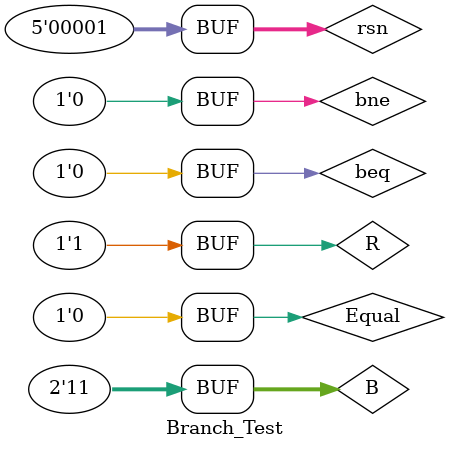
<source format=v>
`timescale 1ns / 1ps


module Branch_Test();
reg R,Equal,beq,bne;
reg [1:0]B;
reg [4:0]rsn;
wire Branch;

initial
begin
//bne²âÊÔ
    R <= 0;
    Equal <= 1;
    beq <= 0;
    bne <= 1;
    B <= 2'b00;
    rsn <= 5'b00000;
    #20
    R <= 0;
    Equal <= 0;
    beq <= 0;
    bne <= 1;
    B <= 2'b00;
    rsn <= 5'b00000;
    //beq²âÊÔ
    #20
    R <= 0;
    Equal <= 1;
    beq <= 1;
    bne <= 0;
    B <= 2'b00;
    rsn <= 5'b00000;
    #20
    R <= 0;
    Equal <= 0;
    beq <= 1;
    bne <= 0;
    B <= 2'b00;
    rsn <= 5'b00000;
    //BLEZ²âÊÔ
    #20
    R <= 0;
    Equal <= 1;
    beq <= 0;
    bne <= 0;
    B <= 2'b01;
    rsn <= 5'b00000;
    #20
    R <= 0;
    Equal <= 0;
    beq <= 0;
    bne <= 0;
    B <= 2'b01;
    rsn <= 5'b00000;
    //BGTZ²âÊÔ
    #20
    R <= 0;
    Equal <= 0;
    beq <= 0;
    bne <= 0;
    B <= 2'b10;
    rsn <= 5'b00000;
    #20
    R <= 1;
    Equal <= 0;
    beq <= 0;
    bne <= 0;
    B <= 2'b10;
    rsn <= 5'b00000;
    //BLTZ²âÊÔ
    #20
    R <= 0;
    Equal <= 0;
    beq <= 0;
    bne <= 0;
    B <= 2'b11;
    rsn <= 5'b00000;
    #20
    R <= 1;
    Equal <= 0;
    beq <= 0;
    bne <= 0;
    B <= 2'b11;
    rsn <= 5'b00000;
    //BGEZ²âÊÔ
    #20
    R <= 0;
    Equal <= 0;
    beq <= 0;
    bne <= 0;
    B <= 2'b11;
    rsn <= 5'b00001;
    #20
    R <= 1;
    Equal <= 0;
    beq <= 0;
    bne <= 0;
    B <= 2'b11;
    rsn <= 5'b00001;
end

Branch Test(R,Equal,beq,bne,B,Branch,rsn);
endmodule

</source>
